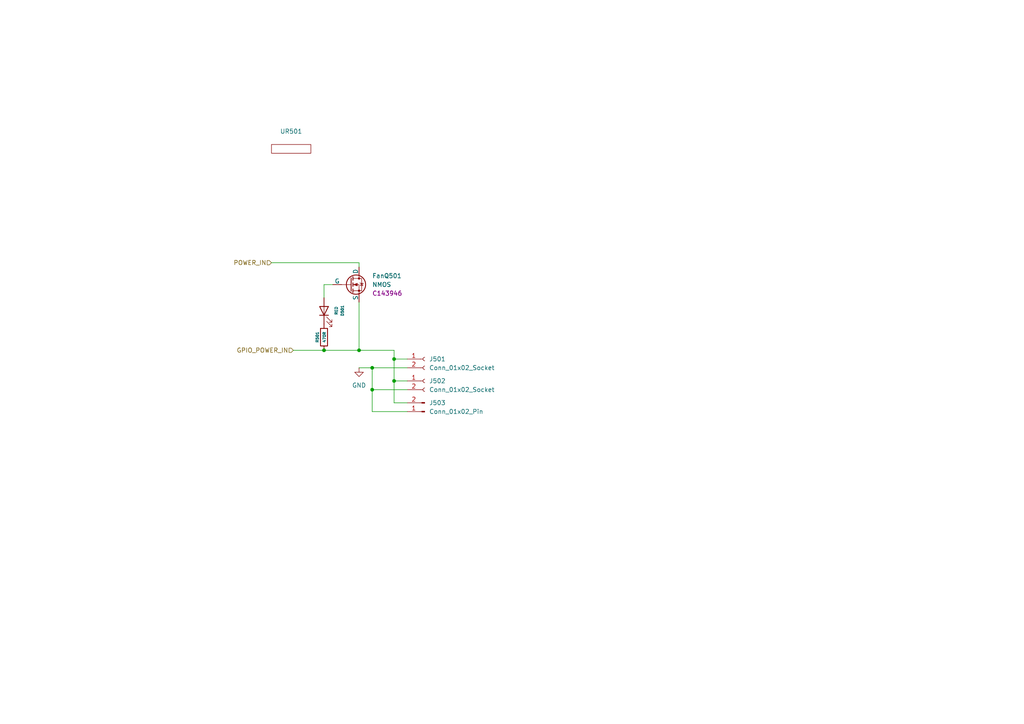
<source format=kicad_sch>
(kicad_sch (version 20231120) (generator "eeschema") (generator_version "8.0")
  (paper "A4")
  (title_block (title "Octoprobe") (date "2024-04-24") (rev "1.0") (company "Hans Märki, Märki Informatik") (comment 1 "The MIT License (MIT)"))
  (lib_symbols
    (symbol "00_project_library:LED" (pin_numbers hide) (pin_names (offset 1.016) hide)
      (property "Reference" "D" (at 0 2.54 0))
      (property "Value" "LED" (at 0 -2.54 0))
      (symbol "LED_0_1"
        (polyline (pts (xy -1.27 -1.27) (xy -1.27 1.27)) (stroke (width 0.254)))
        (polyline (pts (xy -1.27 0) (xy 1.27 0)))
        (polyline (pts (xy 1.27 -1.27) (xy 1.27 1.27) (xy -1.27 0) (xy 1.27 -1.27)) (stroke (width 0.254)))
        (polyline (pts (xy -3.048 -0.762) (xy -4.572 -2.286) (xy -3.81 -2.286) (xy -4.572 -2.286) (xy -4.572 -1.524)))
        (polyline (pts (xy -1.778 -0.762) (xy -3.302 -2.286) (xy -2.54 -2.286) (xy -3.302 -2.286) (xy -3.302 -1.524)))
      )
      (symbol "LED_1_1"
        (pin passive line (at -3.81 0 0) (length 2.54) (name "K") (number "1"))
        (pin passive line (at 3.81 0 180) (length 2.54) (name "A") (number "2"))
      )
    )
    (symbol "00_project_library:NMOS" (pin_numbers hide) (pin_names (offset 0))
      (property "Reference" "Q" (at 5.08 1.27 0))
      (property "Value" "NMOS" (at 5.08 -1.27 0))
      (property "JLC Part" "C143946" (at 0 0 0))
      (symbol "NMOS_0_1"
        (polyline (pts (xy 0.254 0) (xy -2.54 0)))
        (polyline (pts (xy 0.254 1.905) (xy 0.254 -1.905)) (stroke (width 0.254)))
        (polyline (pts (xy 0.762 -1.27) (xy 0.762 -2.286)) (stroke (width 0.254)))
        (polyline (pts (xy 0.762 0.508) (xy 0.762 -0.508)) (stroke (width 0.254)))
        (polyline (pts (xy 0.762 2.286) (xy 0.762 1.27)) (stroke (width 0.254)))
        (polyline (pts (xy 2.54 2.54) (xy 2.54 1.778)))
        (polyline (pts (xy 2.54 -2.54) (xy 2.54 0) (xy 0.762 0)))
        (polyline (pts (xy 0.762 -1.778) (xy 3.302 -1.778) (xy 3.302 1.778) (xy 0.762 1.778)))
        (polyline (pts (xy 1.016 0) (xy 2.032 0.381) (xy 2.032 -0.381) (xy 1.016 0)) (fill (type outline)))
        (polyline (pts (xy 2.794 0.508) (xy 2.921 0.381) (xy 3.683 0.381) (xy 3.81 0.254)))
        (polyline (pts (xy 3.302 0.381) (xy 2.921 -0.254) (xy 3.683 -0.254) (xy 3.302 0.381)))
        (circle (center 1.651 0) (radius 2.794) (stroke (width 0.254)))
        (circle (center 2.54 -1.778) (radius 0.254) (fill (type outline)))
        (circle (center 2.54 1.778) (radius 0.254) (fill (type outline)))
      )
      (symbol "NMOS_1_1"
        (pin input line (at -5.08 0 0) (length 2.54) (name "G") (number "1"))
        (pin passive line (at 2.54 -5.08 90) (length 2.54) (name "S") (number "2"))
        (pin passive line (at 2.54 5.08 270) (length 2.54) (name "D") (number "3"))
      )
    )
    (symbol "00_project_library:R" (pin_numbers hide) (pin_names (offset 0))
      (property "Reference" "R" (at 2.032 0 90))
      (property "Value" "R" (at 0 0 90))
      (symbol "R_0_1"
        (rectangle (start -1.016 -2.54) (end 1.016 2.54) (stroke (width 0.254)))
      )
      (symbol "R_1_1"
        (pin passive line (at 0 3.81 270) (length 1.27) (name "~") (number "1"))
        (pin passive line (at 0 -3.81 90) (length 1.27) (name "~") (number "2"))
      )
    )
    (symbol "00_project_library:opctoprobe_relay" (in_bom no)
      (property "Reference" "UR" (at 0 0 0))
      (symbol "opctoprobe_relay_0_1"
        (rectangle (start -1.27 1.27) (end 10.16 -1.27))
      )
    )
    (symbol "Connector:Conn_01x02_Pin" (pin_names (offset 1.016) hide)
      (property "Reference" "J" (at 0 2.54 0))
      (property "Value" "Conn_01x02_Pin" (at 0 -5.08 0))
      (symbol "Conn_01x02_Pin_1_1"
        (polyline (pts (xy 1.27 -2.54) (xy 0.8636 -2.54)) (stroke (width 0.1524)))
        (polyline (pts (xy 1.27 0) (xy 0.8636 0)) (stroke (width 0.1524)))
        (rectangle (start 0.8636 -2.413) (end 0 -2.667) (stroke (width 0.1524)) (fill (type outline)))
        (rectangle (start 0.8636 0.127) (end 0 -0.127) (stroke (width 0.1524)) (fill (type outline)))
        (pin passive line (at 5.08 0 180) (length 3.81) (name "Pin_1") (number "1"))
        (pin passive line (at 5.08 -2.54 180) (length 3.81) (name "Pin_2") (number "2"))
      )
    )
    (symbol "Connector:Conn_01x02_Socket" (pin_names (offset 1.016) hide)
      (property "Reference" "J" (at 0 2.54 0))
      (property "Value" "Conn_01x02_Socket" (at 0 -5.08 0))
      (symbol "Conn_01x02_Socket_1_1"
        (arc (start 0 -2.032) (mid -0.5058 -2.54) (end 0 -3.048) (stroke (width 0.1524)))
        (polyline (pts (xy -1.27 -2.54) (xy -0.508 -2.54)) (stroke (width 0.1524)))
        (polyline (pts (xy -1.27 0) (xy -0.508 0)) (stroke (width 0.1524)))
        (arc (start 0 0.508) (mid -0.5058 0) (end 0 -0.508) (stroke (width 0.1524)))
        (pin passive line (at -5.08 0 0) (length 3.81) (name "Pin_1") (number "1"))
        (pin passive line (at -5.08 -2.54 0) (length 3.81) (name "Pin_2") (number "2"))
      )
    )
    (symbol "power:GND" (power) (pin_numbers hide) (pin_names (offset 0) hide)
      (property "Value" "GND" (at 0 -3.81 0))
      (symbol "GND_0_1"
        (polyline (pts (xy 0 0) (xy 0 -1.27) (xy 1.27 -1.27) (xy 0 -2.54) (xy -1.27 -1.27) (xy 0 -1.27)))
      )
      (symbol "GND_1_1"
        (pin power_in line (at 0 0 270) (length 0) (name "~") (number "1"))
      )
    )
  )
  (junction (at 104.14 101.6))
  (junction (at 107.95 113.03))
  (junction (at 114.3 110.49))
  (junction (at 93.98 101.6))
  (junction (at 107.95 106.68))
  (junction (at 114.3 104.14))
  (wire (pts (xy 104.14 87.63) (xy 104.14 101.6)))
  (wire (pts (xy 118.11 119.38) (xy 107.95 119.38)))
  (wire (pts (xy 78.74 76.2) (xy 104.14 76.2)))
  (wire (pts (xy 114.3 104.14) (xy 114.3 110.49)))
  (wire (pts (xy 93.98 82.55) (xy 93.98 86.36)))
  (wire (pts (xy 93.98 101.6) (xy 104.14 101.6)))
  (wire (pts (xy 107.95 106.68) (xy 104.14 106.68)))
  (wire (pts (xy 85.09 101.6) (xy 93.98 101.6)))
  (wire (pts (xy 114.3 104.14) (xy 118.11 104.14)))
  (wire (pts (xy 114.3 101.6) (xy 114.3 104.14)))
  (wire (pts (xy 118.11 116.84) (xy 114.3 116.84)))
  (wire (pts (xy 104.14 76.2) (xy 104.14 77.47)))
  (wire (pts (xy 96.52 82.55) (xy 93.98 82.55)))
  (wire (pts (xy 114.3 110.49) (xy 114.3 116.84)))
  (wire (pts (xy 107.95 106.68) (xy 107.95 113.03)))
  (wire (pts (xy 114.3 110.49) (xy 118.11 110.49)))
  (wire (pts (xy 107.95 113.03) (xy 118.11 113.03)))
  (wire (pts (xy 107.95 113.03) (xy 107.95 119.38)))
  (wire (pts (xy 118.11 106.68) (xy 107.95 106.68)))
  (wire (pts (xy 114.3 101.6) (xy 104.14 101.6)))
  (hierarchical_label "POWER_IN" (shape input) (at 78.74 76.2 180))
  (hierarchical_label "GPIO_POWER_IN" (shape input) (at 85.09 101.6 180))
  (symbol (lib_id "00_project_library:opctoprobe_relay") (at 80.01 43.18 0) (unit 1) (in_bom no)
    (property "Reference" "UR501" (at 84.455 38.1 0))
    (property "Value" "${SHEETNAME}" (at 84.455 40.64 0))
    (property "Footprint" "00_project_library:opctoprobe_relay" (effects (hide yes)))
    (instances (project "pcb_octoprobe" (path "" (reference "UR501") (unit 1)) (path "" (reference "UR601") (unit 1))))
  )
  (symbol (lib_id "Connector:Conn_01x02_Pin") (at 123.19 119.38 180) (unit 1)
    (property "Reference" "J503" (at 124.46 116.8399 0) (effects (justify right)))
    (property "Value" "Conn_01x02_Pin" (at 124.46 119.3799 0) (effects (justify right)))
    (property "Footprint" "Connector_PinHeader_2.54mm:PinHeader_1x02_P2.54mm_Vertical" (effects (hide yes)))
    (property "Description" "Generic connector, single row, 01x02, script generated" (effects (hide yes)))
    (instances (project "pcb_octoprobe" (path "" (reference "J503") (unit 1)) (path "" (reference "J603") (unit 1))))
  )
  (symbol (lib_id "Connector:Conn_01x02_Socket") (at 123.19 104.14 0) (unit 1)
    (property "Reference" "J501" (at 124.46 104.1399 0) (effects (justify left)))
    (property "Value" "Conn_01x02_Socket" (at 124.46 106.6799 0) (effects (justify left)))
    (property "Footprint" "Connector_PinSocket_2.54mm:PinSocket_1x02_P2.54mm_Vertical" (effects (hide yes)))
    (property "Description" "Generic connector, single row, 01x02, script generated" (effects (hide yes)))
    (instances (project "pcb_octoprobe" (path "" (reference "J501") (unit 1)) (path "" (reference "J601") (unit 1))))
  )
  (symbol (lib_id "00_project_library:LED") (at 93.98 90.17 90) (unit 1)
    (property "Reference" "D501" (at 99.314 90.1065 0) (effects (font (size 0.8 0.8))))
    (property "Value" "RED" (at 97.536 90.1065 0) (effects (font (size 0.8 0.8))))
    (property "Footprint" "00_project_library:LED_0603_1608Metric" (effects (hide yes)))
    (property "JLC" "C2286" (effects (hide yes)))
    (instances (project "pcb_octoprobe" (path "" (reference "D501") (unit 1)) (path "" (reference "D601") (unit 1))))
  )
  (symbol (lib_id "Connector:Conn_01x02_Socket") (at 123.19 110.49 0) (unit 1)
    (property "Reference" "J502" (at 124.46 110.4899 0) (effects (justify left)))
    (property "Value" "Conn_01x02_Socket" (at 124.46 113.0299 0) (effects (justify left)))
    (property "Footprint" "Connector_PinSocket_2.54mm:PinSocket_1x02_P2.54mm_Vertical" (effects (hide yes)))
    (property "Description" "Generic connector, single row, 01x02, script generated" (effects (hide yes)))
    (instances (project "pcb_octoprobe" (path "" (reference "J502") (unit 1)) (path "" (reference "J602") (unit 1))))
  )
  (symbol (lib_id "00_project_library:NMOS") (at 101.6 82.55 0) (unit 1)
    (property "Reference" "FanQ501" (at 107.95 80.01 0) (effects (justify left)))
    (property "Value" "NMOS" (at 107.95 82.55 0) (effects (justify left)))
    (property "Footprint" "Package_TO_SOT_SMD:SOT-23" (effects (hide yes)))
    (property "Datasheet" "https://datasheet.lcsc.com/lcsc/1810010522_Infineon-Technologies-IRLML6244TRPBF_C143946.pdf" (effects (hide yes)))
    (property "Sim.Device" "NMOS" (effects (hide yes)))
    (property "Sim.Type" "VDMOS" (effects (hide yes)))
    (property "JLC Part" "C143946" (at 107.95 85.09 0) (effects (justify left)))
    (instances (project "pcb_octoprobe" (path "" (reference "FanQ501") (unit 1)) (path "" (reference "FanQ601") (unit 1))))
  )
  (symbol (lib_id "00_project_library:R") (at 93.98 97.79 0) (unit 1)
    (property "Reference" "R501" (at 92.0242 97.79 90) (effects (font (size 0.8 0.8))))
    (property "Value" "470R" (at 94.0816 97.79 90) (effects (font (size 0.8 0.8))))
    (property "Footprint" "Resistor_SMD:R_0402_1005Metric_Pad0.72x0.64mm_HandSolder" (effects (hide yes)))
    (instances (project "pcb_octoprobe" (path "" (reference "R501") (unit 1)) (path "" (reference "R601") (unit 1))))
  )
  (symbol (lib_id "power:GND") (at 104.14 106.68 0) (unit 1)
    (property "Reference" "#PWR0501" (effects (hide yes)))
    (property "Value" "GND" (at 104.14 111.76 0))
    (property "Description" "Power symbol creates a global label with name \"GND\" , ground" (effects (hide yes)))
    (instances (project "pcb_octoprobe" (path "" (reference "#PWR0501") (unit 1)) (path "" (reference "#PWR0601") (unit 1))))
  )
)
</source>
